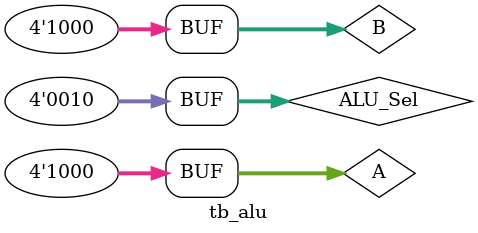
<source format=v>

module alu(
           input [3:0] A,B,  // ALU 4-bit Inputs                 
           input [3:0] ALU_Sel,// ALU Selection
           output [3:0] ALU_Out, // ALU 4-bit Output
           output CarryOut, // Carry Out Flag
 		   output Z, // Carry Out Flag
  		   output V // Carry Out Flag
    );
    reg [3:0] ALU_Result; reg Z,V;
    wire [4:0] tmp;
    assign ALU_Out = ALU_Result; // ALU out
    assign tmp = {1'b0,A} + {1'b0,B};
    assign CarryOut = tmp[4]; // Carryout flag
    always @(*)
    begin
      if(ALU_Sel[3]==1'b0) begin
        case(ALU_Sel[2:0])
        3'b000:
          ALU_Result = B;
        3'b001:
          ALU_Result = A+B;
        3'b010:
          ALU_Result = A-B;
        3'b100:
          ALU_Result = 4'b0000;
        3'b101:
          ALU_Result = A&B;
        3'b110:
          ALU_Result = A|B;
        3'b111:
          ALU_Result = ~A;
        default: ALU_Result = A;
        endcase
      end
      else begin
        ALU_Result = A;
      end
      if (ALU_Result ==0) Z=1; else Z=0;
      if (A[3]==0 && B[3] ==0 && ALU_Result[3]==0) 
        if(ALU_Result[3]==0) V=0; else V=1; 
      else if ((A[3]==1 && B[3] ==1))
        if(ALU_Result[3]==1) V=0; else V=1;
      else V=0;
      
    end

endmodule

/////////////////////////////////////////////////////////////////////
// Code your testbench here
// or browse Examples
module tb_alu;
//Inputs
 reg[3:0] A,B;
 reg[3:0] ALU_Sel;

//Outputs
 wire[3:0] ALU_Out;
 wire CarryOut,V,Z;
 // Verilog code for ALU
 integer i;
 alu test_unit(
            A,B,  // ALU 4-bit Inputs                 
            ALU_Sel,// ALU Selection
            ALU_Out, // ALU 4-bit Output
            CarryOut, // Carry Out Flag
   			Z,
   			V
     );
    initial begin
    // hold reset state for 100 ns.
      A = 4'hA;
      B = 4'h2;
      //ALU_Sel = 4'h0;
      
           
      A = 4'b1000;
      B = 4'b1000;
      ALU_Sel=0;
      #10;
        $monitor("ALU_Sel=%b, result=%b,  CarryOut=%b, V=%b, Z=%b", ALU_Sel,ALU_Out, CarryOut,V,Z);
       #10;
         ALU_Sel=1;
      #20;
        $monitor("ALU_Sel=%b, result=%b,  CarryOut=%b, V=%b, Z=%b", ALU_Sel,ALU_Out, CarryOut,V,Z);
       #10;
         ALU_Sel=2;
      #20;
      $monitor("ALU_Sel=%b, result=%b,  CarryOut=%b, V=%b, Z=%b", ALU_Sel,ALU_Out, CarryOut,V,Z);
     
    end
endmodule

</source>
